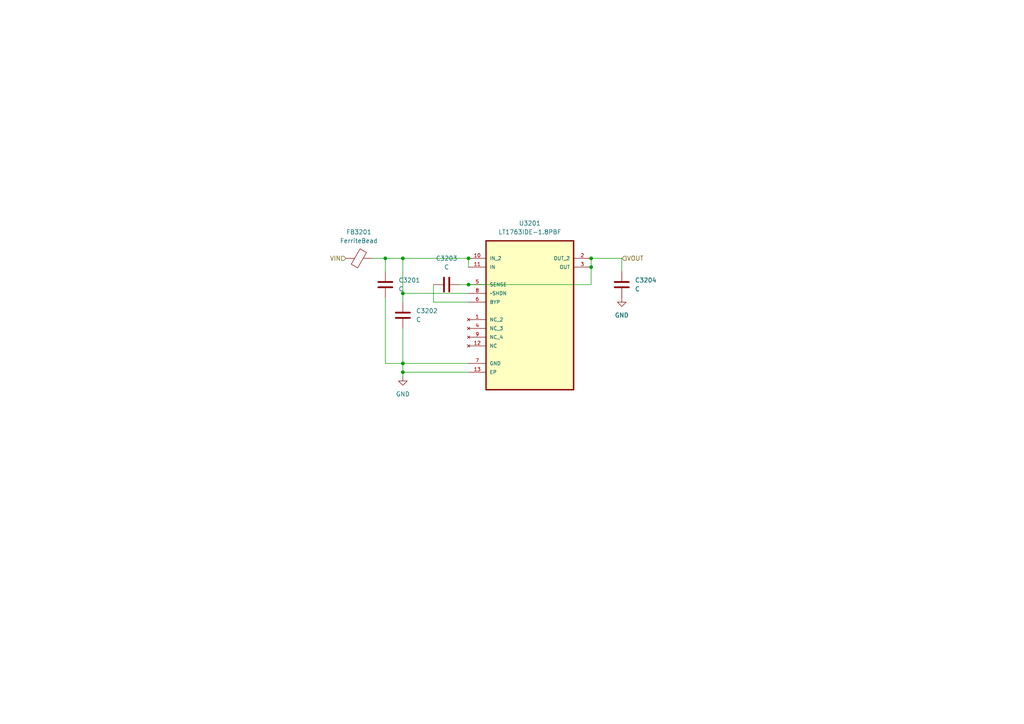
<source format=kicad_sch>
(kicad_sch (version 20231120) (generator "eeschema") (generator_version "8.0")
  (paper "A4")
  (lib_symbols
    (symbol "001_symbol:LT1763IDE-3.3PBF" (pin_names (offset 1.016))
      (property "Reference" "U" (at -4.6482 20.32 0))
      (property "Value" "LT1763IDE-3.3PBF" (at -6.223 -29.6672 0))
      (symbol "LT1763IDE-3.3PBF_0_0"
        (rectangle (start -12.7 -25.4) (end 12.7 17.78) (stroke (width 0.4064)) (fill (type background)))
        (pin no_connect line (at -17.78 -5.08 0) (length 5.08) (name "NC_2") (number "1"))
        (pin power_in line (at -17.78 12.7 0) (length 5.08) (name "IN_2") (number "10"))
        (pin power_in line (at -17.78 10.16 0) (length 5.08) (name "IN") (number "11"))
        (pin no_connect line (at -17.78 -12.7 0) (length 5.08) (name "NC") (number "12"))
        (pin passive line (at -17.78 -20.32 0) (length 5.08) (name "EP") (number "13"))
        (pin output line (at 17.78 12.7 180) (length 5.08) (name "OUT_2") (number "2"))
        (pin output line (at 17.78 10.16 180) (length 5.08) (name "OUT") (number "3"))
        (pin no_connect line (at -17.78 -7.62 0) (length 5.08) (name "NC_3") (number "4"))
        (pin input line (at -17.78 5.08 0) (length 5.08) (name "SENSE") (number "5"))
        (pin input line (at -17.78 0 0) (length 5.08) (name "BYP") (number "6"))
        (pin passive line (at -17.78 -17.78 0) (length 5.08) (name "GND") (number "7"))
        (pin input line (at -17.78 2.54 0) (length 5.08) (name "~SHDN") (number "8"))
        (pin no_connect line (at -17.78 -10.16 0) (length 5.08) (name "NC_4") (number "9"))
      )
    )
    (symbol "Device:C" (pin_numbers hide) (pin_names (offset 0.254))
      (property "Reference" "C" (at 0.635 2.54 0))
      (property "Value" "C" (at 0.635 -2.54 0))
      (symbol "C_0_1"
        (polyline (pts (xy -2.032 -0.762) (xy 2.032 -0.762)) (stroke (width 0.508)))
        (polyline (pts (xy -2.032 0.762) (xy 2.032 0.762)) (stroke (width 0.508)))
      )
      (symbol "C_1_1"
        (pin passive line (at 0 3.81 270) (length 2.794) (name "~") (number "1"))
        (pin passive line (at 0 -3.81 90) (length 2.794) (name "~") (number "2"))
      )
    )
    (symbol "Device:FerriteBead" (pin_numbers hide) (pin_names (offset 0))
      (property "Reference" "FB" (at -3.81 0.635 90))
      (property "Value" "FerriteBead" (at 3.81 0 90))
      (symbol "FerriteBead_0_1"
        (polyline (pts (xy 0 -1.27) (xy 0 -1.2192)))
        (polyline (pts (xy 0 1.27) (xy 0 1.2954)))
        (polyline (pts (xy -2.7686 0.4064) (xy -1.7018 2.2606) (xy 2.7686 -0.3048) (xy 1.6764 -2.159) (xy -2.7686 0.4064)))
      )
      (symbol "FerriteBead_1_1"
        (pin passive line (at 0 3.81 270) (length 2.54) (name "~") (number "1"))
        (pin passive line (at 0 -3.81 90) (length 2.54) (name "~") (number "2"))
      )
    )
    (symbol "power:GND" (power) (pin_numbers hide) (pin_names (offset 0) hide)
      (property "Value" "GND" (at 0 -3.81 0))
      (symbol "GND_0_1"
        (polyline (pts (xy 0 0) (xy 0 -1.27) (xy 1.27 -1.27) (xy 0 -2.54) (xy -1.27 -1.27) (xy 0 -1.27)))
      )
      (symbol "GND_1_1"
        (pin power_in line (at 0 0 270) (length 0) (name "~") (number "1"))
      )
    )
  )
  (junction (at 111.76 74.93))
  (junction (at 116.84 85.09))
  (junction (at 116.84 74.93))
  (junction (at 116.84 105.41))
  (junction (at 135.89 74.93))
  (junction (at 135.89 82.55))
  (junction (at 171.45 77.47))
  (junction (at 171.45 74.93))
  (junction (at 116.84 107.95))
  (wire (pts (xy 135.89 82.55) (xy 171.45 82.55)))
  (wire (pts (xy 116.84 107.95) (xy 135.89 107.95)))
  (wire (pts (xy 116.84 105.41) (xy 116.84 95.25)))
  (wire (pts (xy 116.84 109.22) (xy 116.84 107.95)))
  (wire (pts (xy 135.89 74.93) (xy 135.89 77.47)))
  (wire (pts (xy 116.84 85.09) (xy 116.84 87.63)))
  (wire (pts (xy 135.89 85.09) (xy 116.84 85.09)))
  (wire (pts (xy 125.73 82.55) (xy 125.73 87.63)))
  (wire (pts (xy 111.76 86.36) (xy 111.76 105.41)))
  (wire (pts (xy 116.84 107.95) (xy 116.84 105.41)))
  (wire (pts (xy 116.84 105.41) (xy 135.89 105.41)))
  (wire (pts (xy 135.89 74.93) (xy 116.84 74.93)))
  (wire (pts (xy 171.45 74.93) (xy 180.34 74.93)))
  (wire (pts (xy 125.73 87.63) (xy 135.89 87.63)))
  (wire (pts (xy 180.34 74.93) (xy 180.34 78.74)))
  (wire (pts (xy 116.84 74.93) (xy 111.76 74.93)))
  (wire (pts (xy 171.45 77.47) (xy 171.45 82.55)))
  (wire (pts (xy 133.35 82.55) (xy 135.89 82.55)))
  (wire (pts (xy 111.76 78.74) (xy 111.76 74.93)))
  (wire (pts (xy 116.84 74.93) (xy 116.84 85.09)))
  (wire (pts (xy 111.76 74.93) (xy 107.95 74.93)))
  (wire (pts (xy 171.45 74.93) (xy 171.45 77.47)))
  (wire (pts (xy 111.76 105.41) (xy 116.84 105.41)))
  (hierarchical_label "VOUT" (shape input) (at 180.34 74.93 0))
  (hierarchical_label "VIN" (shape input) (at 100.33 74.93 180))
  (symbol (lib_id "Device:FerriteBead") (at 104.14 74.93 90) (unit 1)
    (property "Reference" "FB3201" (at 104.0892 67.31 90))
    (property "Value" "FerriteBead" (at 104.0892 69.85 90))
    (property "Footprint" "Inductor_SMD:L_0805_2012Metric" (effects (hide yes)))
    (property "Description" "Ferrite bead" (effects (hide yes)))
  )
  (symbol (lib_id "001_symbol:LT1763IDE-3.3PBF") (at 153.67 87.63 0) (unit 1)
    (property "Reference" "U3201" (at 153.67 64.77 0))
    (property "Value" "LT1763IDE-1.8PBF" (at 153.67 67.31 0))
    (property "Footprint" "001_download:DFN400X300X80-13N" (effects (hide yes)))
  )
  (symbol (lib_id "Device:C") (at 111.76 82.55 180) (unit 1)
    (property "Reference" "C3201" (at 115.57 81.2799 0) (effects (justify right)))
    (property "Value" "C" (at 115.57 83.8199 0) (effects (justify right)))
    (property "Footprint" "Capacitor_SMD:C_1206_3216Metric" (effects (hide yes)))
    (property "Description" "Unpolarized capacitor" (effects (hide yes)))
  )
  (symbol (lib_id "power:GND") (at 180.34 86.36 0) (unit 1)
    (property "Reference" "#PWR03202" (effects (hide yes)))
    (property "Value" "GND" (at 180.34 91.44 0))
    (property "Description" "Power symbol creates a global label with name \"GND\" , ground" (effects (hide yes)))
  )
  (symbol (lib_id "Device:C") (at 180.34 82.55 0) (unit 1)
    (property "Reference" "C3204" (at 184.15 81.2799 0) (effects (justify left)))
    (property "Value" "C" (at 184.15 83.8199 0) (effects (justify left)))
    (property "Footprint" "Capacitor_SMD:C_0603_1608Metric" (effects (hide yes)))
    (property "Description" "Unpolarized capacitor" (effects (hide yes)))
  )
  (symbol (lib_id "power:GND") (at 116.84 109.22 0) (unit 1)
    (property "Reference" "#PWR03201" (effects (hide yes)))
    (property "Value" "GND" (at 116.84 114.3 0))
    (property "Description" "Power symbol creates a global label with name \"GND\" , ground" (effects (hide yes)))
  )
  (symbol (lib_id "Device:C") (at 116.84 91.44 180) (unit 1)
    (property "Reference" "C3202" (at 120.65 90.1699 0) (effects (justify right)))
    (property "Value" "C" (at 120.65 92.7099 0) (effects (justify right)))
    (property "Footprint" "Capacitor_SMD:C_0603_1608Metric" (effects (hide yes)))
    (property "Description" "Unpolarized capacitor" (effects (hide yes)))
  )
  (symbol (lib_id "Device:C") (at 129.54 82.55 90) (unit 1)
    (property "Reference" "C3203" (at 129.54 74.93 90))
    (property "Value" "C" (at 129.54 77.47 90))
    (property "Footprint" "Capacitor_SMD:C_0603_1608Metric" (effects (hide yes)))
    (property "Description" "Unpolarized capacitor" (effects (hide yes)))
  )
)
</source>
